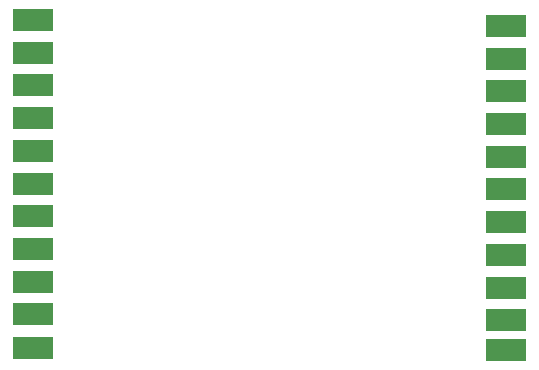
<source format=gbr>
%TF.GenerationSoftware,KiCad,Pcbnew,(5.1.9)-1*%
%TF.CreationDate,2021-07-05T16:47:05-04:00*%
%TF.ProjectId,Amiga2MacFloppy,416d6967-6132-44d6-9163-466c6f707079,1.0*%
%TF.SameCoordinates,Original*%
%TF.FileFunction,Paste,Bot*%
%TF.FilePolarity,Positive*%
%FSLAX46Y46*%
G04 Gerber Fmt 4.6, Leading zero omitted, Abs format (unit mm)*
G04 Created by KiCad (PCBNEW (5.1.9)-1) date 2021-07-05 16:47:05*
%MOMM*%
%LPD*%
G01*
G04 APERTURE LIST*
%ADD10R,3.480000X1.846667*%
G04 APERTURE END LIST*
D10*
%TO.C,J3*%
X158468000Y-118904000D03*
X158468000Y-116364000D03*
X158468000Y-113594000D03*
X158468000Y-110824000D03*
X158468000Y-108054000D03*
X158468000Y-105284000D03*
X158468000Y-102514000D03*
X158468000Y-99744000D03*
X158468000Y-96974000D03*
X158468000Y-94204000D03*
X158468000Y-91434000D03*
%TD*%
%TO.C,J1*%
X118444000Y-90941000D03*
X118444000Y-93711000D03*
X118444000Y-96481000D03*
X118444000Y-99251000D03*
X118444000Y-102021000D03*
X118444000Y-104791000D03*
X118444000Y-107561000D03*
X118444000Y-110331000D03*
X118444000Y-113101000D03*
X118444000Y-115871000D03*
X118444000Y-118670000D03*
%TD*%
M02*

</source>
